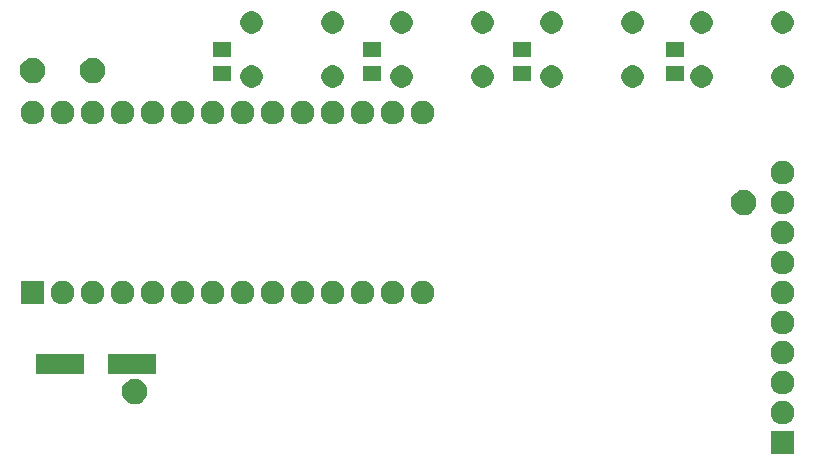
<source format=gbr>
G04 #@! TF.GenerationSoftware,KiCad,Pcbnew,5.1.6-c6e7f7d~87~ubuntu16.04.1*
G04 #@! TF.CreationDate,2020-09-01T19:23:28-04:00*
G04 #@! TF.ProjectId,Controller,436f6e74-726f-46c6-9c65-722e6b696361,rev?*
G04 #@! TF.SameCoordinates,PX5734380PY65bcec0*
G04 #@! TF.FileFunction,Soldermask,Top*
G04 #@! TF.FilePolarity,Negative*
%FSLAX46Y46*%
G04 Gerber Fmt 4.6, Leading zero omitted, Abs format (unit mm)*
G04 Created by KiCad (PCBNEW 5.1.6-c6e7f7d~87~ubuntu16.04.1) date 2020-09-01 19:23:28*
%MOMM*%
%LPD*%
G01*
G04 APERTURE LIST*
%ADD10C,0.100000*%
G04 APERTURE END LIST*
D10*
G36*
X67043500Y-39103500D02*
G01*
X65036500Y-39103500D01*
X65036500Y-37096500D01*
X67043500Y-37096500D01*
X67043500Y-39103500D01*
G37*
G36*
X66166425Y-34561988D02*
G01*
X66332710Y-34595063D01*
X66515336Y-34670709D01*
X66679694Y-34780530D01*
X66819470Y-34920306D01*
X66929291Y-35084664D01*
X67004937Y-35267290D01*
X67043500Y-35461164D01*
X67043500Y-35658836D01*
X67004937Y-35852710D01*
X66929291Y-36035336D01*
X66819470Y-36199694D01*
X66679694Y-36339470D01*
X66515336Y-36449291D01*
X66332710Y-36524937D01*
X66166425Y-36558012D01*
X66138837Y-36563500D01*
X65941163Y-36563500D01*
X65913575Y-36558012D01*
X65747290Y-36524937D01*
X65564664Y-36449291D01*
X65400306Y-36339470D01*
X65260530Y-36199694D01*
X65150709Y-36035336D01*
X65075063Y-35852710D01*
X65036500Y-35658836D01*
X65036500Y-35461164D01*
X65075063Y-35267290D01*
X65150709Y-35084664D01*
X65260530Y-34920306D01*
X65400306Y-34780530D01*
X65564664Y-34670709D01*
X65747290Y-34595063D01*
X65913575Y-34561988D01*
X65941163Y-34556500D01*
X66138837Y-34556500D01*
X66166425Y-34561988D01*
G37*
G36*
X11487231Y-32756003D02*
G01*
X11681412Y-32836436D01*
X11681414Y-32836437D01*
X11856173Y-32953207D01*
X12004793Y-33101827D01*
X12121563Y-33276586D01*
X12121564Y-33276588D01*
X12201997Y-33470769D01*
X12243000Y-33676908D01*
X12243000Y-33887092D01*
X12201997Y-34093231D01*
X12121564Y-34287412D01*
X12121563Y-34287414D01*
X12004793Y-34462173D01*
X11856173Y-34610793D01*
X11681414Y-34727563D01*
X11681413Y-34727564D01*
X11681412Y-34727564D01*
X11487231Y-34807997D01*
X11281092Y-34849000D01*
X11070908Y-34849000D01*
X10864769Y-34807997D01*
X10670588Y-34727564D01*
X10670587Y-34727564D01*
X10670586Y-34727563D01*
X10495827Y-34610793D01*
X10347207Y-34462173D01*
X10230437Y-34287414D01*
X10230436Y-34287412D01*
X10150003Y-34093231D01*
X10109000Y-33887092D01*
X10109000Y-33676908D01*
X10150003Y-33470769D01*
X10230436Y-33276588D01*
X10230437Y-33276586D01*
X10347207Y-33101827D01*
X10495827Y-32953207D01*
X10670586Y-32836437D01*
X10670588Y-32836436D01*
X10864769Y-32756003D01*
X11070908Y-32715000D01*
X11281092Y-32715000D01*
X11487231Y-32756003D01*
G37*
G36*
X66166425Y-32021988D02*
G01*
X66332710Y-32055063D01*
X66515336Y-32130709D01*
X66679694Y-32240530D01*
X66819470Y-32380306D01*
X66929291Y-32544664D01*
X67004937Y-32727290D01*
X67043500Y-32921164D01*
X67043500Y-33118836D01*
X67004937Y-33312710D01*
X66929291Y-33495336D01*
X66819470Y-33659694D01*
X66679694Y-33799470D01*
X66515336Y-33909291D01*
X66332710Y-33984937D01*
X66166425Y-34018012D01*
X66138837Y-34023500D01*
X65941163Y-34023500D01*
X65913575Y-34018012D01*
X65747290Y-33984937D01*
X65564664Y-33909291D01*
X65400306Y-33799470D01*
X65260530Y-33659694D01*
X65150709Y-33495336D01*
X65075063Y-33312710D01*
X65036500Y-33118836D01*
X65036500Y-32921164D01*
X65075063Y-32727290D01*
X65150709Y-32544664D01*
X65260530Y-32380306D01*
X65400306Y-32240530D01*
X65564664Y-32130709D01*
X65747290Y-32055063D01*
X65913575Y-32021988D01*
X65941163Y-32016500D01*
X66138837Y-32016500D01*
X66166425Y-32021988D01*
G37*
G36*
X6925510Y-32347100D02*
G01*
X2823010Y-32347100D01*
X2823010Y-30644900D01*
X6925510Y-30644900D01*
X6925510Y-32347100D01*
G37*
G36*
X13026590Y-32347100D02*
G01*
X8924090Y-32347100D01*
X8924090Y-30644900D01*
X13026590Y-30644900D01*
X13026590Y-32347100D01*
G37*
G36*
X66166425Y-29481988D02*
G01*
X66332710Y-29515063D01*
X66515336Y-29590709D01*
X66679694Y-29700530D01*
X66819470Y-29840306D01*
X66929291Y-30004664D01*
X67004937Y-30187290D01*
X67043500Y-30381164D01*
X67043500Y-30578836D01*
X67004937Y-30772710D01*
X66929291Y-30955336D01*
X66819470Y-31119694D01*
X66679694Y-31259470D01*
X66515336Y-31369291D01*
X66332710Y-31444937D01*
X66166425Y-31478012D01*
X66138837Y-31483500D01*
X65941163Y-31483500D01*
X65913575Y-31478012D01*
X65747290Y-31444937D01*
X65564664Y-31369291D01*
X65400306Y-31259470D01*
X65260530Y-31119694D01*
X65150709Y-30955336D01*
X65075063Y-30772710D01*
X65036500Y-30578836D01*
X65036500Y-30381164D01*
X65075063Y-30187290D01*
X65150709Y-30004664D01*
X65260530Y-29840306D01*
X65400306Y-29700530D01*
X65564664Y-29590709D01*
X65747290Y-29515063D01*
X65913575Y-29481988D01*
X65941163Y-29476500D01*
X66138837Y-29476500D01*
X66166425Y-29481988D01*
G37*
G36*
X66166425Y-26941988D02*
G01*
X66332710Y-26975063D01*
X66515336Y-27050709D01*
X66679694Y-27160530D01*
X66819470Y-27300306D01*
X66929291Y-27464664D01*
X67004937Y-27647290D01*
X67043500Y-27841164D01*
X67043500Y-28038836D01*
X67004937Y-28232710D01*
X66929291Y-28415336D01*
X66819470Y-28579694D01*
X66679694Y-28719470D01*
X66515336Y-28829291D01*
X66332710Y-28904937D01*
X66166425Y-28938012D01*
X66138837Y-28943500D01*
X65941163Y-28943500D01*
X65913575Y-28938012D01*
X65747290Y-28904937D01*
X65564664Y-28829291D01*
X65400306Y-28719470D01*
X65260530Y-28579694D01*
X65150709Y-28415336D01*
X65075063Y-28232710D01*
X65036500Y-28038836D01*
X65036500Y-27841164D01*
X65075063Y-27647290D01*
X65150709Y-27464664D01*
X65260530Y-27300306D01*
X65400306Y-27160530D01*
X65564664Y-27050709D01*
X65747290Y-26975063D01*
X65913575Y-26941988D01*
X65941163Y-26936500D01*
X66138837Y-26936500D01*
X66166425Y-26941988D01*
G37*
G36*
X22986425Y-24401988D02*
G01*
X23152710Y-24435063D01*
X23335336Y-24510709D01*
X23499694Y-24620530D01*
X23639470Y-24760306D01*
X23749291Y-24924664D01*
X23824937Y-25107290D01*
X23863500Y-25301164D01*
X23863500Y-25498836D01*
X23824937Y-25692710D01*
X23749291Y-25875336D01*
X23639470Y-26039694D01*
X23499694Y-26179470D01*
X23335336Y-26289291D01*
X23152710Y-26364937D01*
X22986425Y-26398012D01*
X22958837Y-26403500D01*
X22761163Y-26403500D01*
X22733575Y-26398012D01*
X22567290Y-26364937D01*
X22384664Y-26289291D01*
X22220306Y-26179470D01*
X22080530Y-26039694D01*
X21970709Y-25875336D01*
X21895063Y-25692710D01*
X21856500Y-25498836D01*
X21856500Y-25301164D01*
X21895063Y-25107290D01*
X21970709Y-24924664D01*
X22080530Y-24760306D01*
X22220306Y-24620530D01*
X22384664Y-24510709D01*
X22567290Y-24435063D01*
X22733575Y-24401988D01*
X22761163Y-24396500D01*
X22958837Y-24396500D01*
X22986425Y-24401988D01*
G37*
G36*
X33146425Y-24401988D02*
G01*
X33312710Y-24435063D01*
X33495336Y-24510709D01*
X33659694Y-24620530D01*
X33799470Y-24760306D01*
X33909291Y-24924664D01*
X33984937Y-25107290D01*
X34023500Y-25301164D01*
X34023500Y-25498836D01*
X33984937Y-25692710D01*
X33909291Y-25875336D01*
X33799470Y-26039694D01*
X33659694Y-26179470D01*
X33495336Y-26289291D01*
X33312710Y-26364937D01*
X33146425Y-26398012D01*
X33118837Y-26403500D01*
X32921163Y-26403500D01*
X32893575Y-26398012D01*
X32727290Y-26364937D01*
X32544664Y-26289291D01*
X32380306Y-26179470D01*
X32240530Y-26039694D01*
X32130709Y-25875336D01*
X32055063Y-25692710D01*
X32016500Y-25498836D01*
X32016500Y-25301164D01*
X32055063Y-25107290D01*
X32130709Y-24924664D01*
X32240530Y-24760306D01*
X32380306Y-24620530D01*
X32544664Y-24510709D01*
X32727290Y-24435063D01*
X32893575Y-24401988D01*
X32921163Y-24396500D01*
X33118837Y-24396500D01*
X33146425Y-24401988D01*
G37*
G36*
X35686425Y-24401988D02*
G01*
X35852710Y-24435063D01*
X36035336Y-24510709D01*
X36199694Y-24620530D01*
X36339470Y-24760306D01*
X36449291Y-24924664D01*
X36524937Y-25107290D01*
X36563500Y-25301164D01*
X36563500Y-25498836D01*
X36524937Y-25692710D01*
X36449291Y-25875336D01*
X36339470Y-26039694D01*
X36199694Y-26179470D01*
X36035336Y-26289291D01*
X35852710Y-26364937D01*
X35686425Y-26398012D01*
X35658837Y-26403500D01*
X35461163Y-26403500D01*
X35433575Y-26398012D01*
X35267290Y-26364937D01*
X35084664Y-26289291D01*
X34920306Y-26179470D01*
X34780530Y-26039694D01*
X34670709Y-25875336D01*
X34595063Y-25692710D01*
X34556500Y-25498836D01*
X34556500Y-25301164D01*
X34595063Y-25107290D01*
X34670709Y-24924664D01*
X34780530Y-24760306D01*
X34920306Y-24620530D01*
X35084664Y-24510709D01*
X35267290Y-24435063D01*
X35433575Y-24401988D01*
X35461163Y-24396500D01*
X35658837Y-24396500D01*
X35686425Y-24401988D01*
G37*
G36*
X28066425Y-24401988D02*
G01*
X28232710Y-24435063D01*
X28415336Y-24510709D01*
X28579694Y-24620530D01*
X28719470Y-24760306D01*
X28829291Y-24924664D01*
X28904937Y-25107290D01*
X28943500Y-25301164D01*
X28943500Y-25498836D01*
X28904937Y-25692710D01*
X28829291Y-25875336D01*
X28719470Y-26039694D01*
X28579694Y-26179470D01*
X28415336Y-26289291D01*
X28232710Y-26364937D01*
X28066425Y-26398012D01*
X28038837Y-26403500D01*
X27841163Y-26403500D01*
X27813575Y-26398012D01*
X27647290Y-26364937D01*
X27464664Y-26289291D01*
X27300306Y-26179470D01*
X27160530Y-26039694D01*
X27050709Y-25875336D01*
X26975063Y-25692710D01*
X26936500Y-25498836D01*
X26936500Y-25301164D01*
X26975063Y-25107290D01*
X27050709Y-24924664D01*
X27160530Y-24760306D01*
X27300306Y-24620530D01*
X27464664Y-24510709D01*
X27647290Y-24435063D01*
X27813575Y-24401988D01*
X27841163Y-24396500D01*
X28038837Y-24396500D01*
X28066425Y-24401988D01*
G37*
G36*
X25526425Y-24401988D02*
G01*
X25692710Y-24435063D01*
X25875336Y-24510709D01*
X26039694Y-24620530D01*
X26179470Y-24760306D01*
X26289291Y-24924664D01*
X26364937Y-25107290D01*
X26403500Y-25301164D01*
X26403500Y-25498836D01*
X26364937Y-25692710D01*
X26289291Y-25875336D01*
X26179470Y-26039694D01*
X26039694Y-26179470D01*
X25875336Y-26289291D01*
X25692710Y-26364937D01*
X25526425Y-26398012D01*
X25498837Y-26403500D01*
X25301163Y-26403500D01*
X25273575Y-26398012D01*
X25107290Y-26364937D01*
X24924664Y-26289291D01*
X24760306Y-26179470D01*
X24620530Y-26039694D01*
X24510709Y-25875336D01*
X24435063Y-25692710D01*
X24396500Y-25498836D01*
X24396500Y-25301164D01*
X24435063Y-25107290D01*
X24510709Y-24924664D01*
X24620530Y-24760306D01*
X24760306Y-24620530D01*
X24924664Y-24510709D01*
X25107290Y-24435063D01*
X25273575Y-24401988D01*
X25301163Y-24396500D01*
X25498837Y-24396500D01*
X25526425Y-24401988D01*
G37*
G36*
X20446425Y-24401988D02*
G01*
X20612710Y-24435063D01*
X20795336Y-24510709D01*
X20959694Y-24620530D01*
X21099470Y-24760306D01*
X21209291Y-24924664D01*
X21284937Y-25107290D01*
X21323500Y-25301164D01*
X21323500Y-25498836D01*
X21284937Y-25692710D01*
X21209291Y-25875336D01*
X21099470Y-26039694D01*
X20959694Y-26179470D01*
X20795336Y-26289291D01*
X20612710Y-26364937D01*
X20446425Y-26398012D01*
X20418837Y-26403500D01*
X20221163Y-26403500D01*
X20193575Y-26398012D01*
X20027290Y-26364937D01*
X19844664Y-26289291D01*
X19680306Y-26179470D01*
X19540530Y-26039694D01*
X19430709Y-25875336D01*
X19355063Y-25692710D01*
X19316500Y-25498836D01*
X19316500Y-25301164D01*
X19355063Y-25107290D01*
X19430709Y-24924664D01*
X19540530Y-24760306D01*
X19680306Y-24620530D01*
X19844664Y-24510709D01*
X20027290Y-24435063D01*
X20193575Y-24401988D01*
X20221163Y-24396500D01*
X20418837Y-24396500D01*
X20446425Y-24401988D01*
G37*
G36*
X17906425Y-24401988D02*
G01*
X18072710Y-24435063D01*
X18255336Y-24510709D01*
X18419694Y-24620530D01*
X18559470Y-24760306D01*
X18669291Y-24924664D01*
X18744937Y-25107290D01*
X18783500Y-25301164D01*
X18783500Y-25498836D01*
X18744937Y-25692710D01*
X18669291Y-25875336D01*
X18559470Y-26039694D01*
X18419694Y-26179470D01*
X18255336Y-26289291D01*
X18072710Y-26364937D01*
X17906425Y-26398012D01*
X17878837Y-26403500D01*
X17681163Y-26403500D01*
X17653575Y-26398012D01*
X17487290Y-26364937D01*
X17304664Y-26289291D01*
X17140306Y-26179470D01*
X17000530Y-26039694D01*
X16890709Y-25875336D01*
X16815063Y-25692710D01*
X16776500Y-25498836D01*
X16776500Y-25301164D01*
X16815063Y-25107290D01*
X16890709Y-24924664D01*
X17000530Y-24760306D01*
X17140306Y-24620530D01*
X17304664Y-24510709D01*
X17487290Y-24435063D01*
X17653575Y-24401988D01*
X17681163Y-24396500D01*
X17878837Y-24396500D01*
X17906425Y-24401988D01*
G37*
G36*
X5206425Y-24401988D02*
G01*
X5372710Y-24435063D01*
X5555336Y-24510709D01*
X5719694Y-24620530D01*
X5859470Y-24760306D01*
X5969291Y-24924664D01*
X6044937Y-25107290D01*
X6083500Y-25301164D01*
X6083500Y-25498836D01*
X6044937Y-25692710D01*
X5969291Y-25875336D01*
X5859470Y-26039694D01*
X5719694Y-26179470D01*
X5555336Y-26289291D01*
X5372710Y-26364937D01*
X5206425Y-26398012D01*
X5178837Y-26403500D01*
X4981163Y-26403500D01*
X4953575Y-26398012D01*
X4787290Y-26364937D01*
X4604664Y-26289291D01*
X4440306Y-26179470D01*
X4300530Y-26039694D01*
X4190709Y-25875336D01*
X4115063Y-25692710D01*
X4076500Y-25498836D01*
X4076500Y-25301164D01*
X4115063Y-25107290D01*
X4190709Y-24924664D01*
X4300530Y-24760306D01*
X4440306Y-24620530D01*
X4604664Y-24510709D01*
X4787290Y-24435063D01*
X4953575Y-24401988D01*
X4981163Y-24396500D01*
X5178837Y-24396500D01*
X5206425Y-24401988D01*
G37*
G36*
X7746425Y-24401988D02*
G01*
X7912710Y-24435063D01*
X8095336Y-24510709D01*
X8259694Y-24620530D01*
X8399470Y-24760306D01*
X8509291Y-24924664D01*
X8584937Y-25107290D01*
X8623500Y-25301164D01*
X8623500Y-25498836D01*
X8584937Y-25692710D01*
X8509291Y-25875336D01*
X8399470Y-26039694D01*
X8259694Y-26179470D01*
X8095336Y-26289291D01*
X7912710Y-26364937D01*
X7746425Y-26398012D01*
X7718837Y-26403500D01*
X7521163Y-26403500D01*
X7493575Y-26398012D01*
X7327290Y-26364937D01*
X7144664Y-26289291D01*
X6980306Y-26179470D01*
X6840530Y-26039694D01*
X6730709Y-25875336D01*
X6655063Y-25692710D01*
X6616500Y-25498836D01*
X6616500Y-25301164D01*
X6655063Y-25107290D01*
X6730709Y-24924664D01*
X6840530Y-24760306D01*
X6980306Y-24620530D01*
X7144664Y-24510709D01*
X7327290Y-24435063D01*
X7493575Y-24401988D01*
X7521163Y-24396500D01*
X7718837Y-24396500D01*
X7746425Y-24401988D01*
G37*
G36*
X66166425Y-24401988D02*
G01*
X66332710Y-24435063D01*
X66515336Y-24510709D01*
X66679694Y-24620530D01*
X66819470Y-24760306D01*
X66929291Y-24924664D01*
X67004937Y-25107290D01*
X67043500Y-25301164D01*
X67043500Y-25498836D01*
X67004937Y-25692710D01*
X66929291Y-25875336D01*
X66819470Y-26039694D01*
X66679694Y-26179470D01*
X66515336Y-26289291D01*
X66332710Y-26364937D01*
X66166425Y-26398012D01*
X66138837Y-26403500D01*
X65941163Y-26403500D01*
X65913575Y-26398012D01*
X65747290Y-26364937D01*
X65564664Y-26289291D01*
X65400306Y-26179470D01*
X65260530Y-26039694D01*
X65150709Y-25875336D01*
X65075063Y-25692710D01*
X65036500Y-25498836D01*
X65036500Y-25301164D01*
X65075063Y-25107290D01*
X65150709Y-24924664D01*
X65260530Y-24760306D01*
X65400306Y-24620530D01*
X65564664Y-24510709D01*
X65747290Y-24435063D01*
X65913575Y-24401988D01*
X65941163Y-24396500D01*
X66138837Y-24396500D01*
X66166425Y-24401988D01*
G37*
G36*
X12826425Y-24401988D02*
G01*
X12992710Y-24435063D01*
X13175336Y-24510709D01*
X13339694Y-24620530D01*
X13479470Y-24760306D01*
X13589291Y-24924664D01*
X13664937Y-25107290D01*
X13703500Y-25301164D01*
X13703500Y-25498836D01*
X13664937Y-25692710D01*
X13589291Y-25875336D01*
X13479470Y-26039694D01*
X13339694Y-26179470D01*
X13175336Y-26289291D01*
X12992710Y-26364937D01*
X12826425Y-26398012D01*
X12798837Y-26403500D01*
X12601163Y-26403500D01*
X12573575Y-26398012D01*
X12407290Y-26364937D01*
X12224664Y-26289291D01*
X12060306Y-26179470D01*
X11920530Y-26039694D01*
X11810709Y-25875336D01*
X11735063Y-25692710D01*
X11696500Y-25498836D01*
X11696500Y-25301164D01*
X11735063Y-25107290D01*
X11810709Y-24924664D01*
X11920530Y-24760306D01*
X12060306Y-24620530D01*
X12224664Y-24510709D01*
X12407290Y-24435063D01*
X12573575Y-24401988D01*
X12601163Y-24396500D01*
X12798837Y-24396500D01*
X12826425Y-24401988D01*
G37*
G36*
X15366425Y-24401988D02*
G01*
X15532710Y-24435063D01*
X15715336Y-24510709D01*
X15879694Y-24620530D01*
X16019470Y-24760306D01*
X16129291Y-24924664D01*
X16204937Y-25107290D01*
X16243500Y-25301164D01*
X16243500Y-25498836D01*
X16204937Y-25692710D01*
X16129291Y-25875336D01*
X16019470Y-26039694D01*
X15879694Y-26179470D01*
X15715336Y-26289291D01*
X15532710Y-26364937D01*
X15366425Y-26398012D01*
X15338837Y-26403500D01*
X15141163Y-26403500D01*
X15113575Y-26398012D01*
X14947290Y-26364937D01*
X14764664Y-26289291D01*
X14600306Y-26179470D01*
X14460530Y-26039694D01*
X14350709Y-25875336D01*
X14275063Y-25692710D01*
X14236500Y-25498836D01*
X14236500Y-25301164D01*
X14275063Y-25107290D01*
X14350709Y-24924664D01*
X14460530Y-24760306D01*
X14600306Y-24620530D01*
X14764664Y-24510709D01*
X14947290Y-24435063D01*
X15113575Y-24401988D01*
X15141163Y-24396500D01*
X15338837Y-24396500D01*
X15366425Y-24401988D01*
G37*
G36*
X30606425Y-24401988D02*
G01*
X30772710Y-24435063D01*
X30955336Y-24510709D01*
X31119694Y-24620530D01*
X31259470Y-24760306D01*
X31369291Y-24924664D01*
X31444937Y-25107290D01*
X31483500Y-25301164D01*
X31483500Y-25498836D01*
X31444937Y-25692710D01*
X31369291Y-25875336D01*
X31259470Y-26039694D01*
X31119694Y-26179470D01*
X30955336Y-26289291D01*
X30772710Y-26364937D01*
X30606425Y-26398012D01*
X30578837Y-26403500D01*
X30381163Y-26403500D01*
X30353575Y-26398012D01*
X30187290Y-26364937D01*
X30004664Y-26289291D01*
X29840306Y-26179470D01*
X29700530Y-26039694D01*
X29590709Y-25875336D01*
X29515063Y-25692710D01*
X29476500Y-25498836D01*
X29476500Y-25301164D01*
X29515063Y-25107290D01*
X29590709Y-24924664D01*
X29700530Y-24760306D01*
X29840306Y-24620530D01*
X30004664Y-24510709D01*
X30187290Y-24435063D01*
X30353575Y-24401988D01*
X30381163Y-24396500D01*
X30578837Y-24396500D01*
X30606425Y-24401988D01*
G37*
G36*
X10286425Y-24401988D02*
G01*
X10452710Y-24435063D01*
X10635336Y-24510709D01*
X10799694Y-24620530D01*
X10939470Y-24760306D01*
X11049291Y-24924664D01*
X11124937Y-25107290D01*
X11163500Y-25301164D01*
X11163500Y-25498836D01*
X11124937Y-25692710D01*
X11049291Y-25875336D01*
X10939470Y-26039694D01*
X10799694Y-26179470D01*
X10635336Y-26289291D01*
X10452710Y-26364937D01*
X10286425Y-26398012D01*
X10258837Y-26403500D01*
X10061163Y-26403500D01*
X10033575Y-26398012D01*
X9867290Y-26364937D01*
X9684664Y-26289291D01*
X9520306Y-26179470D01*
X9380530Y-26039694D01*
X9270709Y-25875336D01*
X9195063Y-25692710D01*
X9156500Y-25498836D01*
X9156500Y-25301164D01*
X9195063Y-25107290D01*
X9270709Y-24924664D01*
X9380530Y-24760306D01*
X9520306Y-24620530D01*
X9684664Y-24510709D01*
X9867290Y-24435063D01*
X10033575Y-24401988D01*
X10061163Y-24396500D01*
X10258837Y-24396500D01*
X10286425Y-24401988D01*
G37*
G36*
X3543500Y-26403500D02*
G01*
X1536500Y-26403500D01*
X1536500Y-24396500D01*
X3543500Y-24396500D01*
X3543500Y-26403500D01*
G37*
G36*
X66166425Y-21861988D02*
G01*
X66332710Y-21895063D01*
X66515336Y-21970709D01*
X66679694Y-22080530D01*
X66819470Y-22220306D01*
X66929291Y-22384664D01*
X67004937Y-22567290D01*
X67043500Y-22761164D01*
X67043500Y-22958836D01*
X67004937Y-23152710D01*
X66929291Y-23335336D01*
X66819470Y-23499694D01*
X66679694Y-23639470D01*
X66515336Y-23749291D01*
X66332710Y-23824937D01*
X66166425Y-23858012D01*
X66138837Y-23863500D01*
X65941163Y-23863500D01*
X65913575Y-23858012D01*
X65747290Y-23824937D01*
X65564664Y-23749291D01*
X65400306Y-23639470D01*
X65260530Y-23499694D01*
X65150709Y-23335336D01*
X65075063Y-23152710D01*
X65036500Y-22958836D01*
X65036500Y-22761164D01*
X65075063Y-22567290D01*
X65150709Y-22384664D01*
X65260530Y-22220306D01*
X65400306Y-22080530D01*
X65564664Y-21970709D01*
X65747290Y-21895063D01*
X65913575Y-21861988D01*
X65941163Y-21856500D01*
X66138837Y-21856500D01*
X66166425Y-21861988D01*
G37*
G36*
X66166425Y-19321988D02*
G01*
X66332710Y-19355063D01*
X66515336Y-19430709D01*
X66679694Y-19540530D01*
X66819470Y-19680306D01*
X66929291Y-19844664D01*
X67004937Y-20027290D01*
X67043500Y-20221164D01*
X67043500Y-20418836D01*
X67004937Y-20612710D01*
X66929291Y-20795336D01*
X66819470Y-20959694D01*
X66679694Y-21099470D01*
X66515336Y-21209291D01*
X66332710Y-21284937D01*
X66166425Y-21318012D01*
X66138837Y-21323500D01*
X65941163Y-21323500D01*
X65913575Y-21318012D01*
X65747290Y-21284937D01*
X65564664Y-21209291D01*
X65400306Y-21099470D01*
X65260530Y-20959694D01*
X65150709Y-20795336D01*
X65075063Y-20612710D01*
X65036500Y-20418836D01*
X65036500Y-20221164D01*
X65075063Y-20027290D01*
X65150709Y-19844664D01*
X65260530Y-19680306D01*
X65400306Y-19540530D01*
X65564664Y-19430709D01*
X65747290Y-19355063D01*
X65913575Y-19321988D01*
X65941163Y-19316500D01*
X66138837Y-19316500D01*
X66166425Y-19321988D01*
G37*
G36*
X63049231Y-16754003D02*
G01*
X63196644Y-16815064D01*
X63243414Y-16834437D01*
X63418173Y-16951207D01*
X63566793Y-17099827D01*
X63593840Y-17140306D01*
X63683564Y-17274588D01*
X63763997Y-17468769D01*
X63805000Y-17674908D01*
X63805000Y-17885092D01*
X63763997Y-18091231D01*
X63696023Y-18255334D01*
X63683563Y-18285414D01*
X63566793Y-18460173D01*
X63418173Y-18608793D01*
X63243414Y-18725563D01*
X63243413Y-18725564D01*
X63243412Y-18725564D01*
X63049231Y-18805997D01*
X62843092Y-18847000D01*
X62632908Y-18847000D01*
X62426769Y-18805997D01*
X62232588Y-18725564D01*
X62232587Y-18725564D01*
X62232586Y-18725563D01*
X62057827Y-18608793D01*
X61909207Y-18460173D01*
X61792437Y-18285414D01*
X61779977Y-18255334D01*
X61712003Y-18091231D01*
X61671000Y-17885092D01*
X61671000Y-17674908D01*
X61712003Y-17468769D01*
X61792436Y-17274588D01*
X61882160Y-17140306D01*
X61909207Y-17099827D01*
X62057827Y-16951207D01*
X62232586Y-16834437D01*
X62279356Y-16815064D01*
X62426769Y-16754003D01*
X62632908Y-16713000D01*
X62843092Y-16713000D01*
X63049231Y-16754003D01*
G37*
G36*
X66166425Y-16781988D02*
G01*
X66332710Y-16815063D01*
X66515336Y-16890709D01*
X66679694Y-17000530D01*
X66819470Y-17140306D01*
X66929291Y-17304664D01*
X67004937Y-17487290D01*
X67043500Y-17681164D01*
X67043500Y-17878836D01*
X67004937Y-18072710D01*
X66929291Y-18255336D01*
X66819470Y-18419694D01*
X66679694Y-18559470D01*
X66515336Y-18669291D01*
X66332710Y-18744937D01*
X66166425Y-18778012D01*
X66138837Y-18783500D01*
X65941163Y-18783500D01*
X65913575Y-18778012D01*
X65747290Y-18744937D01*
X65564664Y-18669291D01*
X65400306Y-18559470D01*
X65260530Y-18419694D01*
X65150709Y-18255336D01*
X65075063Y-18072710D01*
X65036500Y-17878836D01*
X65036500Y-17681164D01*
X65075063Y-17487290D01*
X65150709Y-17304664D01*
X65260530Y-17140306D01*
X65400306Y-17000530D01*
X65564664Y-16890709D01*
X65747290Y-16815063D01*
X65913575Y-16781988D01*
X65941163Y-16776500D01*
X66138837Y-16776500D01*
X66166425Y-16781988D01*
G37*
G36*
X66166425Y-14241988D02*
G01*
X66332710Y-14275063D01*
X66515336Y-14350709D01*
X66679694Y-14460530D01*
X66819470Y-14600306D01*
X66929291Y-14764664D01*
X67004937Y-14947290D01*
X67043500Y-15141164D01*
X67043500Y-15338836D01*
X67004937Y-15532710D01*
X66929291Y-15715336D01*
X66819470Y-15879694D01*
X66679694Y-16019470D01*
X66515336Y-16129291D01*
X66332710Y-16204937D01*
X66166425Y-16238012D01*
X66138837Y-16243500D01*
X65941163Y-16243500D01*
X65913575Y-16238012D01*
X65747290Y-16204937D01*
X65564664Y-16129291D01*
X65400306Y-16019470D01*
X65260530Y-15879694D01*
X65150709Y-15715336D01*
X65075063Y-15532710D01*
X65036500Y-15338836D01*
X65036500Y-15141164D01*
X65075063Y-14947290D01*
X65150709Y-14764664D01*
X65260530Y-14600306D01*
X65400306Y-14460530D01*
X65564664Y-14350709D01*
X65747290Y-14275063D01*
X65913575Y-14241988D01*
X65941163Y-14236500D01*
X66138837Y-14236500D01*
X66166425Y-14241988D01*
G37*
G36*
X5206425Y-9161988D02*
G01*
X5372710Y-9195063D01*
X5555336Y-9270709D01*
X5719694Y-9380530D01*
X5859470Y-9520306D01*
X5969291Y-9684664D01*
X6044937Y-9867290D01*
X6083500Y-10061164D01*
X6083500Y-10258836D01*
X6044937Y-10452710D01*
X5969291Y-10635336D01*
X5859470Y-10799694D01*
X5719694Y-10939470D01*
X5555336Y-11049291D01*
X5372710Y-11124937D01*
X5206425Y-11158012D01*
X5178837Y-11163500D01*
X4981163Y-11163500D01*
X4953575Y-11158012D01*
X4787290Y-11124937D01*
X4604664Y-11049291D01*
X4440306Y-10939470D01*
X4300530Y-10799694D01*
X4190709Y-10635336D01*
X4115063Y-10452710D01*
X4076500Y-10258836D01*
X4076500Y-10061164D01*
X4115063Y-9867290D01*
X4190709Y-9684664D01*
X4300530Y-9520306D01*
X4440306Y-9380530D01*
X4604664Y-9270709D01*
X4787290Y-9195063D01*
X4953575Y-9161988D01*
X4981163Y-9156500D01*
X5178837Y-9156500D01*
X5206425Y-9161988D01*
G37*
G36*
X2666425Y-9161988D02*
G01*
X2832710Y-9195063D01*
X3015336Y-9270709D01*
X3179694Y-9380530D01*
X3319470Y-9520306D01*
X3429291Y-9684664D01*
X3504937Y-9867290D01*
X3543500Y-10061164D01*
X3543500Y-10258836D01*
X3504937Y-10452710D01*
X3429291Y-10635336D01*
X3319470Y-10799694D01*
X3179694Y-10939470D01*
X3015336Y-11049291D01*
X2832710Y-11124937D01*
X2666425Y-11158012D01*
X2638837Y-11163500D01*
X2441163Y-11163500D01*
X2413575Y-11158012D01*
X2247290Y-11124937D01*
X2064664Y-11049291D01*
X1900306Y-10939470D01*
X1760530Y-10799694D01*
X1650709Y-10635336D01*
X1575063Y-10452710D01*
X1536500Y-10258836D01*
X1536500Y-10061164D01*
X1575063Y-9867290D01*
X1650709Y-9684664D01*
X1760530Y-9520306D01*
X1900306Y-9380530D01*
X2064664Y-9270709D01*
X2247290Y-9195063D01*
X2413575Y-9161988D01*
X2441163Y-9156500D01*
X2638837Y-9156500D01*
X2666425Y-9161988D01*
G37*
G36*
X30606425Y-9161988D02*
G01*
X30772710Y-9195063D01*
X30955336Y-9270709D01*
X31119694Y-9380530D01*
X31259470Y-9520306D01*
X31369291Y-9684664D01*
X31444937Y-9867290D01*
X31483500Y-10061164D01*
X31483500Y-10258836D01*
X31444937Y-10452710D01*
X31369291Y-10635336D01*
X31259470Y-10799694D01*
X31119694Y-10939470D01*
X30955336Y-11049291D01*
X30772710Y-11124937D01*
X30606425Y-11158012D01*
X30578837Y-11163500D01*
X30381163Y-11163500D01*
X30353575Y-11158012D01*
X30187290Y-11124937D01*
X30004664Y-11049291D01*
X29840306Y-10939470D01*
X29700530Y-10799694D01*
X29590709Y-10635336D01*
X29515063Y-10452710D01*
X29476500Y-10258836D01*
X29476500Y-10061164D01*
X29515063Y-9867290D01*
X29590709Y-9684664D01*
X29700530Y-9520306D01*
X29840306Y-9380530D01*
X30004664Y-9270709D01*
X30187290Y-9195063D01*
X30353575Y-9161988D01*
X30381163Y-9156500D01*
X30578837Y-9156500D01*
X30606425Y-9161988D01*
G37*
G36*
X7746425Y-9161988D02*
G01*
X7912710Y-9195063D01*
X8095336Y-9270709D01*
X8259694Y-9380530D01*
X8399470Y-9520306D01*
X8509291Y-9684664D01*
X8584937Y-9867290D01*
X8623500Y-10061164D01*
X8623500Y-10258836D01*
X8584937Y-10452710D01*
X8509291Y-10635336D01*
X8399470Y-10799694D01*
X8259694Y-10939470D01*
X8095336Y-11049291D01*
X7912710Y-11124937D01*
X7746425Y-11158012D01*
X7718837Y-11163500D01*
X7521163Y-11163500D01*
X7493575Y-11158012D01*
X7327290Y-11124937D01*
X7144664Y-11049291D01*
X6980306Y-10939470D01*
X6840530Y-10799694D01*
X6730709Y-10635336D01*
X6655063Y-10452710D01*
X6616500Y-10258836D01*
X6616500Y-10061164D01*
X6655063Y-9867290D01*
X6730709Y-9684664D01*
X6840530Y-9520306D01*
X6980306Y-9380530D01*
X7144664Y-9270709D01*
X7327290Y-9195063D01*
X7493575Y-9161988D01*
X7521163Y-9156500D01*
X7718837Y-9156500D01*
X7746425Y-9161988D01*
G37*
G36*
X10286425Y-9161988D02*
G01*
X10452710Y-9195063D01*
X10635336Y-9270709D01*
X10799694Y-9380530D01*
X10939470Y-9520306D01*
X11049291Y-9684664D01*
X11124937Y-9867290D01*
X11163500Y-10061164D01*
X11163500Y-10258836D01*
X11124937Y-10452710D01*
X11049291Y-10635336D01*
X10939470Y-10799694D01*
X10799694Y-10939470D01*
X10635336Y-11049291D01*
X10452710Y-11124937D01*
X10286425Y-11158012D01*
X10258837Y-11163500D01*
X10061163Y-11163500D01*
X10033575Y-11158012D01*
X9867290Y-11124937D01*
X9684664Y-11049291D01*
X9520306Y-10939470D01*
X9380530Y-10799694D01*
X9270709Y-10635336D01*
X9195063Y-10452710D01*
X9156500Y-10258836D01*
X9156500Y-10061164D01*
X9195063Y-9867290D01*
X9270709Y-9684664D01*
X9380530Y-9520306D01*
X9520306Y-9380530D01*
X9684664Y-9270709D01*
X9867290Y-9195063D01*
X10033575Y-9161988D01*
X10061163Y-9156500D01*
X10258837Y-9156500D01*
X10286425Y-9161988D01*
G37*
G36*
X12826425Y-9161988D02*
G01*
X12992710Y-9195063D01*
X13175336Y-9270709D01*
X13339694Y-9380530D01*
X13479470Y-9520306D01*
X13589291Y-9684664D01*
X13664937Y-9867290D01*
X13703500Y-10061164D01*
X13703500Y-10258836D01*
X13664937Y-10452710D01*
X13589291Y-10635336D01*
X13479470Y-10799694D01*
X13339694Y-10939470D01*
X13175336Y-11049291D01*
X12992710Y-11124937D01*
X12826425Y-11158012D01*
X12798837Y-11163500D01*
X12601163Y-11163500D01*
X12573575Y-11158012D01*
X12407290Y-11124937D01*
X12224664Y-11049291D01*
X12060306Y-10939470D01*
X11920530Y-10799694D01*
X11810709Y-10635336D01*
X11735063Y-10452710D01*
X11696500Y-10258836D01*
X11696500Y-10061164D01*
X11735063Y-9867290D01*
X11810709Y-9684664D01*
X11920530Y-9520306D01*
X12060306Y-9380530D01*
X12224664Y-9270709D01*
X12407290Y-9195063D01*
X12573575Y-9161988D01*
X12601163Y-9156500D01*
X12798837Y-9156500D01*
X12826425Y-9161988D01*
G37*
G36*
X17906425Y-9161988D02*
G01*
X18072710Y-9195063D01*
X18255336Y-9270709D01*
X18419694Y-9380530D01*
X18559470Y-9520306D01*
X18669291Y-9684664D01*
X18744937Y-9867290D01*
X18783500Y-10061164D01*
X18783500Y-10258836D01*
X18744937Y-10452710D01*
X18669291Y-10635336D01*
X18559470Y-10799694D01*
X18419694Y-10939470D01*
X18255336Y-11049291D01*
X18072710Y-11124937D01*
X17906425Y-11158012D01*
X17878837Y-11163500D01*
X17681163Y-11163500D01*
X17653575Y-11158012D01*
X17487290Y-11124937D01*
X17304664Y-11049291D01*
X17140306Y-10939470D01*
X17000530Y-10799694D01*
X16890709Y-10635336D01*
X16815063Y-10452710D01*
X16776500Y-10258836D01*
X16776500Y-10061164D01*
X16815063Y-9867290D01*
X16890709Y-9684664D01*
X17000530Y-9520306D01*
X17140306Y-9380530D01*
X17304664Y-9270709D01*
X17487290Y-9195063D01*
X17653575Y-9161988D01*
X17681163Y-9156500D01*
X17878837Y-9156500D01*
X17906425Y-9161988D01*
G37*
G36*
X20446425Y-9161988D02*
G01*
X20612710Y-9195063D01*
X20795336Y-9270709D01*
X20959694Y-9380530D01*
X21099470Y-9520306D01*
X21209291Y-9684664D01*
X21284937Y-9867290D01*
X21323500Y-10061164D01*
X21323500Y-10258836D01*
X21284937Y-10452710D01*
X21209291Y-10635336D01*
X21099470Y-10799694D01*
X20959694Y-10939470D01*
X20795336Y-11049291D01*
X20612710Y-11124937D01*
X20446425Y-11158012D01*
X20418837Y-11163500D01*
X20221163Y-11163500D01*
X20193575Y-11158012D01*
X20027290Y-11124937D01*
X19844664Y-11049291D01*
X19680306Y-10939470D01*
X19540530Y-10799694D01*
X19430709Y-10635336D01*
X19355063Y-10452710D01*
X19316500Y-10258836D01*
X19316500Y-10061164D01*
X19355063Y-9867290D01*
X19430709Y-9684664D01*
X19540530Y-9520306D01*
X19680306Y-9380530D01*
X19844664Y-9270709D01*
X20027290Y-9195063D01*
X20193575Y-9161988D01*
X20221163Y-9156500D01*
X20418837Y-9156500D01*
X20446425Y-9161988D01*
G37*
G36*
X22986425Y-9161988D02*
G01*
X23152710Y-9195063D01*
X23335336Y-9270709D01*
X23499694Y-9380530D01*
X23639470Y-9520306D01*
X23749291Y-9684664D01*
X23824937Y-9867290D01*
X23863500Y-10061164D01*
X23863500Y-10258836D01*
X23824937Y-10452710D01*
X23749291Y-10635336D01*
X23639470Y-10799694D01*
X23499694Y-10939470D01*
X23335336Y-11049291D01*
X23152710Y-11124937D01*
X22986425Y-11158012D01*
X22958837Y-11163500D01*
X22761163Y-11163500D01*
X22733575Y-11158012D01*
X22567290Y-11124937D01*
X22384664Y-11049291D01*
X22220306Y-10939470D01*
X22080530Y-10799694D01*
X21970709Y-10635336D01*
X21895063Y-10452710D01*
X21856500Y-10258836D01*
X21856500Y-10061164D01*
X21895063Y-9867290D01*
X21970709Y-9684664D01*
X22080530Y-9520306D01*
X22220306Y-9380530D01*
X22384664Y-9270709D01*
X22567290Y-9195063D01*
X22733575Y-9161988D01*
X22761163Y-9156500D01*
X22958837Y-9156500D01*
X22986425Y-9161988D01*
G37*
G36*
X25526425Y-9161988D02*
G01*
X25692710Y-9195063D01*
X25875336Y-9270709D01*
X26039694Y-9380530D01*
X26179470Y-9520306D01*
X26289291Y-9684664D01*
X26364937Y-9867290D01*
X26403500Y-10061164D01*
X26403500Y-10258836D01*
X26364937Y-10452710D01*
X26289291Y-10635336D01*
X26179470Y-10799694D01*
X26039694Y-10939470D01*
X25875336Y-11049291D01*
X25692710Y-11124937D01*
X25526425Y-11158012D01*
X25498837Y-11163500D01*
X25301163Y-11163500D01*
X25273575Y-11158012D01*
X25107290Y-11124937D01*
X24924664Y-11049291D01*
X24760306Y-10939470D01*
X24620530Y-10799694D01*
X24510709Y-10635336D01*
X24435063Y-10452710D01*
X24396500Y-10258836D01*
X24396500Y-10061164D01*
X24435063Y-9867290D01*
X24510709Y-9684664D01*
X24620530Y-9520306D01*
X24760306Y-9380530D01*
X24924664Y-9270709D01*
X25107290Y-9195063D01*
X25273575Y-9161988D01*
X25301163Y-9156500D01*
X25498837Y-9156500D01*
X25526425Y-9161988D01*
G37*
G36*
X28066425Y-9161988D02*
G01*
X28232710Y-9195063D01*
X28415336Y-9270709D01*
X28579694Y-9380530D01*
X28719470Y-9520306D01*
X28829291Y-9684664D01*
X28904937Y-9867290D01*
X28943500Y-10061164D01*
X28943500Y-10258836D01*
X28904937Y-10452710D01*
X28829291Y-10635336D01*
X28719470Y-10799694D01*
X28579694Y-10939470D01*
X28415336Y-11049291D01*
X28232710Y-11124937D01*
X28066425Y-11158012D01*
X28038837Y-11163500D01*
X27841163Y-11163500D01*
X27813575Y-11158012D01*
X27647290Y-11124937D01*
X27464664Y-11049291D01*
X27300306Y-10939470D01*
X27160530Y-10799694D01*
X27050709Y-10635336D01*
X26975063Y-10452710D01*
X26936500Y-10258836D01*
X26936500Y-10061164D01*
X26975063Y-9867290D01*
X27050709Y-9684664D01*
X27160530Y-9520306D01*
X27300306Y-9380530D01*
X27464664Y-9270709D01*
X27647290Y-9195063D01*
X27813575Y-9161988D01*
X27841163Y-9156500D01*
X28038837Y-9156500D01*
X28066425Y-9161988D01*
G37*
G36*
X33146425Y-9161988D02*
G01*
X33312710Y-9195063D01*
X33495336Y-9270709D01*
X33659694Y-9380530D01*
X33799470Y-9520306D01*
X33909291Y-9684664D01*
X33984937Y-9867290D01*
X34023500Y-10061164D01*
X34023500Y-10258836D01*
X33984937Y-10452710D01*
X33909291Y-10635336D01*
X33799470Y-10799694D01*
X33659694Y-10939470D01*
X33495336Y-11049291D01*
X33312710Y-11124937D01*
X33146425Y-11158012D01*
X33118837Y-11163500D01*
X32921163Y-11163500D01*
X32893575Y-11158012D01*
X32727290Y-11124937D01*
X32544664Y-11049291D01*
X32380306Y-10939470D01*
X32240530Y-10799694D01*
X32130709Y-10635336D01*
X32055063Y-10452710D01*
X32016500Y-10258836D01*
X32016500Y-10061164D01*
X32055063Y-9867290D01*
X32130709Y-9684664D01*
X32240530Y-9520306D01*
X32380306Y-9380530D01*
X32544664Y-9270709D01*
X32727290Y-9195063D01*
X32893575Y-9161988D01*
X32921163Y-9156500D01*
X33118837Y-9156500D01*
X33146425Y-9161988D01*
G37*
G36*
X35686425Y-9161988D02*
G01*
X35852710Y-9195063D01*
X36035336Y-9270709D01*
X36199694Y-9380530D01*
X36339470Y-9520306D01*
X36449291Y-9684664D01*
X36524937Y-9867290D01*
X36563500Y-10061164D01*
X36563500Y-10258836D01*
X36524937Y-10452710D01*
X36449291Y-10635336D01*
X36339470Y-10799694D01*
X36199694Y-10939470D01*
X36035336Y-11049291D01*
X35852710Y-11124937D01*
X35686425Y-11158012D01*
X35658837Y-11163500D01*
X35461163Y-11163500D01*
X35433575Y-11158012D01*
X35267290Y-11124937D01*
X35084664Y-11049291D01*
X34920306Y-10939470D01*
X34780530Y-10799694D01*
X34670709Y-10635336D01*
X34595063Y-10452710D01*
X34556500Y-10258836D01*
X34556500Y-10061164D01*
X34595063Y-9867290D01*
X34670709Y-9684664D01*
X34780530Y-9520306D01*
X34920306Y-9380530D01*
X35084664Y-9270709D01*
X35267290Y-9195063D01*
X35433575Y-9161988D01*
X35461163Y-9156500D01*
X35658837Y-9156500D01*
X35686425Y-9161988D01*
G37*
G36*
X15366425Y-9161988D02*
G01*
X15532710Y-9195063D01*
X15715336Y-9270709D01*
X15879694Y-9380530D01*
X16019470Y-9520306D01*
X16129291Y-9684664D01*
X16204937Y-9867290D01*
X16243500Y-10061164D01*
X16243500Y-10258836D01*
X16204937Y-10452710D01*
X16129291Y-10635336D01*
X16019470Y-10799694D01*
X15879694Y-10939470D01*
X15715336Y-11049291D01*
X15532710Y-11124937D01*
X15366425Y-11158012D01*
X15338837Y-11163500D01*
X15141163Y-11163500D01*
X15113575Y-11158012D01*
X14947290Y-11124937D01*
X14764664Y-11049291D01*
X14600306Y-10939470D01*
X14460530Y-10799694D01*
X14350709Y-10635336D01*
X14275063Y-10452710D01*
X14236500Y-10258836D01*
X14236500Y-10061164D01*
X14275063Y-9867290D01*
X14350709Y-9684664D01*
X14460530Y-9520306D01*
X14600306Y-9380530D01*
X14764664Y-9270709D01*
X14947290Y-9195063D01*
X15113575Y-9161988D01*
X15141163Y-9156500D01*
X15338837Y-9156500D01*
X15366425Y-9161988D01*
G37*
G36*
X40914187Y-6208123D02*
G01*
X41085255Y-6278982D01*
X41085257Y-6278983D01*
X41105889Y-6292769D01*
X41239214Y-6381854D01*
X41370146Y-6512786D01*
X41473018Y-6666745D01*
X41543877Y-6837813D01*
X41580000Y-7019417D01*
X41580000Y-7204583D01*
X41543877Y-7386187D01*
X41524572Y-7432793D01*
X41473017Y-7557257D01*
X41370145Y-7711215D01*
X41239215Y-7842145D01*
X41085257Y-7945017D01*
X41085256Y-7945018D01*
X41085255Y-7945018D01*
X40914187Y-8015877D01*
X40732583Y-8052000D01*
X40547417Y-8052000D01*
X40365813Y-8015877D01*
X40194745Y-7945018D01*
X40194744Y-7945018D01*
X40194743Y-7945017D01*
X40040785Y-7842145D01*
X39909855Y-7711215D01*
X39806983Y-7557257D01*
X39755428Y-7432793D01*
X39736123Y-7386187D01*
X39700000Y-7204583D01*
X39700000Y-7019417D01*
X39736123Y-6837813D01*
X39806982Y-6666745D01*
X39909854Y-6512786D01*
X40040786Y-6381854D01*
X40174111Y-6292769D01*
X40194743Y-6278983D01*
X40194745Y-6278982D01*
X40365813Y-6208123D01*
X40547417Y-6172000D01*
X40732583Y-6172000D01*
X40914187Y-6208123D01*
G37*
G36*
X66314187Y-6208123D02*
G01*
X66485255Y-6278982D01*
X66485257Y-6278983D01*
X66505889Y-6292769D01*
X66639214Y-6381854D01*
X66770146Y-6512786D01*
X66873018Y-6666745D01*
X66943877Y-6837813D01*
X66980000Y-7019417D01*
X66980000Y-7204583D01*
X66943877Y-7386187D01*
X66924572Y-7432793D01*
X66873017Y-7557257D01*
X66770145Y-7711215D01*
X66639215Y-7842145D01*
X66485257Y-7945017D01*
X66485256Y-7945018D01*
X66485255Y-7945018D01*
X66314187Y-8015877D01*
X66132583Y-8052000D01*
X65947417Y-8052000D01*
X65765813Y-8015877D01*
X65594745Y-7945018D01*
X65594744Y-7945018D01*
X65594743Y-7945017D01*
X65440785Y-7842145D01*
X65309855Y-7711215D01*
X65206983Y-7557257D01*
X65155428Y-7432793D01*
X65136123Y-7386187D01*
X65100000Y-7204583D01*
X65100000Y-7019417D01*
X65136123Y-6837813D01*
X65206982Y-6666745D01*
X65309854Y-6512786D01*
X65440786Y-6381854D01*
X65574111Y-6292769D01*
X65594743Y-6278983D01*
X65594745Y-6278982D01*
X65765813Y-6208123D01*
X65947417Y-6172000D01*
X66132583Y-6172000D01*
X66314187Y-6208123D01*
G37*
G36*
X59456187Y-6208123D02*
G01*
X59627255Y-6278982D01*
X59627257Y-6278983D01*
X59647889Y-6292769D01*
X59781214Y-6381854D01*
X59912146Y-6512786D01*
X60015018Y-6666745D01*
X60085877Y-6837813D01*
X60122000Y-7019417D01*
X60122000Y-7204583D01*
X60085877Y-7386187D01*
X60066572Y-7432793D01*
X60015017Y-7557257D01*
X59912145Y-7711215D01*
X59781215Y-7842145D01*
X59627257Y-7945017D01*
X59627256Y-7945018D01*
X59627255Y-7945018D01*
X59456187Y-8015877D01*
X59274583Y-8052000D01*
X59089417Y-8052000D01*
X58907813Y-8015877D01*
X58736745Y-7945018D01*
X58736744Y-7945018D01*
X58736743Y-7945017D01*
X58582785Y-7842145D01*
X58451855Y-7711215D01*
X58348983Y-7557257D01*
X58297428Y-7432793D01*
X58278123Y-7386187D01*
X58242000Y-7204583D01*
X58242000Y-7019417D01*
X58278123Y-6837813D01*
X58348982Y-6666745D01*
X58451854Y-6512786D01*
X58582786Y-6381854D01*
X58716111Y-6292769D01*
X58736743Y-6278983D01*
X58736745Y-6278982D01*
X58907813Y-6208123D01*
X59089417Y-6172000D01*
X59274583Y-6172000D01*
X59456187Y-6208123D01*
G37*
G36*
X46756187Y-6208123D02*
G01*
X46927255Y-6278982D01*
X46927257Y-6278983D01*
X46947889Y-6292769D01*
X47081214Y-6381854D01*
X47212146Y-6512786D01*
X47315018Y-6666745D01*
X47385877Y-6837813D01*
X47422000Y-7019417D01*
X47422000Y-7204583D01*
X47385877Y-7386187D01*
X47366572Y-7432793D01*
X47315017Y-7557257D01*
X47212145Y-7711215D01*
X47081215Y-7842145D01*
X46927257Y-7945017D01*
X46927256Y-7945018D01*
X46927255Y-7945018D01*
X46756187Y-8015877D01*
X46574583Y-8052000D01*
X46389417Y-8052000D01*
X46207813Y-8015877D01*
X46036745Y-7945018D01*
X46036744Y-7945018D01*
X46036743Y-7945017D01*
X45882785Y-7842145D01*
X45751855Y-7711215D01*
X45648983Y-7557257D01*
X45597428Y-7432793D01*
X45578123Y-7386187D01*
X45542000Y-7204583D01*
X45542000Y-7019417D01*
X45578123Y-6837813D01*
X45648982Y-6666745D01*
X45751854Y-6512786D01*
X45882786Y-6381854D01*
X46016111Y-6292769D01*
X46036743Y-6278983D01*
X46036745Y-6278982D01*
X46207813Y-6208123D01*
X46389417Y-6172000D01*
X46574583Y-6172000D01*
X46756187Y-6208123D01*
G37*
G36*
X53614187Y-6208123D02*
G01*
X53785255Y-6278982D01*
X53785257Y-6278983D01*
X53805889Y-6292769D01*
X53939214Y-6381854D01*
X54070146Y-6512786D01*
X54173018Y-6666745D01*
X54243877Y-6837813D01*
X54280000Y-7019417D01*
X54280000Y-7204583D01*
X54243877Y-7386187D01*
X54224572Y-7432793D01*
X54173017Y-7557257D01*
X54070145Y-7711215D01*
X53939215Y-7842145D01*
X53785257Y-7945017D01*
X53785256Y-7945018D01*
X53785255Y-7945018D01*
X53614187Y-8015877D01*
X53432583Y-8052000D01*
X53247417Y-8052000D01*
X53065813Y-8015877D01*
X52894745Y-7945018D01*
X52894744Y-7945018D01*
X52894743Y-7945017D01*
X52740785Y-7842145D01*
X52609855Y-7711215D01*
X52506983Y-7557257D01*
X52455428Y-7432793D01*
X52436123Y-7386187D01*
X52400000Y-7204583D01*
X52400000Y-7019417D01*
X52436123Y-6837813D01*
X52506982Y-6666745D01*
X52609854Y-6512786D01*
X52740786Y-6381854D01*
X52874111Y-6292769D01*
X52894743Y-6278983D01*
X52894745Y-6278982D01*
X53065813Y-6208123D01*
X53247417Y-6172000D01*
X53432583Y-6172000D01*
X53614187Y-6208123D01*
G37*
G36*
X34056187Y-6208123D02*
G01*
X34227255Y-6278982D01*
X34227257Y-6278983D01*
X34247889Y-6292769D01*
X34381214Y-6381854D01*
X34512146Y-6512786D01*
X34615018Y-6666745D01*
X34685877Y-6837813D01*
X34722000Y-7019417D01*
X34722000Y-7204583D01*
X34685877Y-7386187D01*
X34666572Y-7432793D01*
X34615017Y-7557257D01*
X34512145Y-7711215D01*
X34381215Y-7842145D01*
X34227257Y-7945017D01*
X34227256Y-7945018D01*
X34227255Y-7945018D01*
X34056187Y-8015877D01*
X33874583Y-8052000D01*
X33689417Y-8052000D01*
X33507813Y-8015877D01*
X33336745Y-7945018D01*
X33336744Y-7945018D01*
X33336743Y-7945017D01*
X33182785Y-7842145D01*
X33051855Y-7711215D01*
X32948983Y-7557257D01*
X32897428Y-7432793D01*
X32878123Y-7386187D01*
X32842000Y-7204583D01*
X32842000Y-7019417D01*
X32878123Y-6837813D01*
X32948982Y-6666745D01*
X33051854Y-6512786D01*
X33182786Y-6381854D01*
X33316111Y-6292769D01*
X33336743Y-6278983D01*
X33336745Y-6278982D01*
X33507813Y-6208123D01*
X33689417Y-6172000D01*
X33874583Y-6172000D01*
X34056187Y-6208123D01*
G37*
G36*
X28214187Y-6208123D02*
G01*
X28385255Y-6278982D01*
X28385257Y-6278983D01*
X28405889Y-6292769D01*
X28539214Y-6381854D01*
X28670146Y-6512786D01*
X28773018Y-6666745D01*
X28843877Y-6837813D01*
X28880000Y-7019417D01*
X28880000Y-7204583D01*
X28843877Y-7386187D01*
X28824572Y-7432793D01*
X28773017Y-7557257D01*
X28670145Y-7711215D01*
X28539215Y-7842145D01*
X28385257Y-7945017D01*
X28385256Y-7945018D01*
X28385255Y-7945018D01*
X28214187Y-8015877D01*
X28032583Y-8052000D01*
X27847417Y-8052000D01*
X27665813Y-8015877D01*
X27494745Y-7945018D01*
X27494744Y-7945018D01*
X27494743Y-7945017D01*
X27340785Y-7842145D01*
X27209855Y-7711215D01*
X27106983Y-7557257D01*
X27055428Y-7432793D01*
X27036123Y-7386187D01*
X27000000Y-7204583D01*
X27000000Y-7019417D01*
X27036123Y-6837813D01*
X27106982Y-6666745D01*
X27209854Y-6512786D01*
X27340786Y-6381854D01*
X27474111Y-6292769D01*
X27494743Y-6278983D01*
X27494745Y-6278982D01*
X27665813Y-6208123D01*
X27847417Y-6172000D01*
X28032583Y-6172000D01*
X28214187Y-6208123D01*
G37*
G36*
X21356187Y-6208123D02*
G01*
X21527255Y-6278982D01*
X21527257Y-6278983D01*
X21547889Y-6292769D01*
X21681214Y-6381854D01*
X21812146Y-6512786D01*
X21915018Y-6666745D01*
X21985877Y-6837813D01*
X22022000Y-7019417D01*
X22022000Y-7204583D01*
X21985877Y-7386187D01*
X21966572Y-7432793D01*
X21915017Y-7557257D01*
X21812145Y-7711215D01*
X21681215Y-7842145D01*
X21527257Y-7945017D01*
X21527256Y-7945018D01*
X21527255Y-7945018D01*
X21356187Y-8015877D01*
X21174583Y-8052000D01*
X20989417Y-8052000D01*
X20807813Y-8015877D01*
X20636745Y-7945018D01*
X20636744Y-7945018D01*
X20636743Y-7945017D01*
X20482785Y-7842145D01*
X20351855Y-7711215D01*
X20248983Y-7557257D01*
X20197428Y-7432793D01*
X20178123Y-7386187D01*
X20142000Y-7204583D01*
X20142000Y-7019417D01*
X20178123Y-6837813D01*
X20248982Y-6666745D01*
X20351854Y-6512786D01*
X20482786Y-6381854D01*
X20616111Y-6292769D01*
X20636743Y-6278983D01*
X20636745Y-6278982D01*
X20807813Y-6208123D01*
X20989417Y-6172000D01*
X21174583Y-6172000D01*
X21356187Y-6208123D01*
G37*
G36*
X7931231Y-5578003D02*
G01*
X8125412Y-5658436D01*
X8125414Y-5658437D01*
X8300173Y-5775207D01*
X8448793Y-5923827D01*
X8565563Y-6098586D01*
X8565564Y-6098588D01*
X8645997Y-6292769D01*
X8687000Y-6498908D01*
X8687000Y-6709092D01*
X8645997Y-6915231D01*
X8602841Y-7019417D01*
X8565563Y-7109414D01*
X8448793Y-7284173D01*
X8300173Y-7432793D01*
X8125414Y-7549563D01*
X8125413Y-7549564D01*
X8125412Y-7549564D01*
X7931231Y-7629997D01*
X7725092Y-7671000D01*
X7514908Y-7671000D01*
X7308769Y-7629997D01*
X7114588Y-7549564D01*
X7114587Y-7549564D01*
X7114586Y-7549563D01*
X6939827Y-7432793D01*
X6791207Y-7284173D01*
X6674437Y-7109414D01*
X6637159Y-7019417D01*
X6594003Y-6915231D01*
X6553000Y-6709092D01*
X6553000Y-6498908D01*
X6594003Y-6292769D01*
X6674436Y-6098588D01*
X6674437Y-6098586D01*
X6791207Y-5923827D01*
X6939827Y-5775207D01*
X7114586Y-5658437D01*
X7114588Y-5658436D01*
X7308769Y-5578003D01*
X7514908Y-5537000D01*
X7725092Y-5537000D01*
X7931231Y-5578003D01*
G37*
G36*
X2851231Y-5578003D02*
G01*
X3045412Y-5658436D01*
X3045414Y-5658437D01*
X3220173Y-5775207D01*
X3368793Y-5923827D01*
X3485563Y-6098586D01*
X3485564Y-6098588D01*
X3565997Y-6292769D01*
X3607000Y-6498908D01*
X3607000Y-6709092D01*
X3565997Y-6915231D01*
X3522841Y-7019417D01*
X3485563Y-7109414D01*
X3368793Y-7284173D01*
X3220173Y-7432793D01*
X3045414Y-7549563D01*
X3045413Y-7549564D01*
X3045412Y-7549564D01*
X2851231Y-7629997D01*
X2645092Y-7671000D01*
X2434908Y-7671000D01*
X2228769Y-7629997D01*
X2034588Y-7549564D01*
X2034587Y-7549564D01*
X2034586Y-7549563D01*
X1859827Y-7432793D01*
X1711207Y-7284173D01*
X1594437Y-7109414D01*
X1557159Y-7019417D01*
X1514003Y-6915231D01*
X1473000Y-6709092D01*
X1473000Y-6498908D01*
X1514003Y-6292769D01*
X1594436Y-6098588D01*
X1594437Y-6098586D01*
X1711207Y-5923827D01*
X1859827Y-5775207D01*
X2034586Y-5658437D01*
X2034588Y-5658436D01*
X2228769Y-5578003D01*
X2434908Y-5537000D01*
X2645092Y-5537000D01*
X2851231Y-5578003D01*
G37*
G36*
X44704000Y-7493000D02*
G01*
X43180000Y-7493000D01*
X43180000Y-6223000D01*
X44704000Y-6223000D01*
X44704000Y-7493000D01*
G37*
G36*
X57658000Y-7493000D02*
G01*
X56134000Y-7493000D01*
X56134000Y-6223000D01*
X57658000Y-6223000D01*
X57658000Y-7493000D01*
G37*
G36*
X32004000Y-7493000D02*
G01*
X30480000Y-7493000D01*
X30480000Y-6223000D01*
X32004000Y-6223000D01*
X32004000Y-7493000D01*
G37*
G36*
X19304000Y-7493000D02*
G01*
X17780000Y-7493000D01*
X17780000Y-6223000D01*
X19304000Y-6223000D01*
X19304000Y-7493000D01*
G37*
G36*
X57658000Y-5461000D02*
G01*
X56134000Y-5461000D01*
X56134000Y-4191000D01*
X57658000Y-4191000D01*
X57658000Y-5461000D01*
G37*
G36*
X32004000Y-5461000D02*
G01*
X30480000Y-5461000D01*
X30480000Y-4191000D01*
X32004000Y-4191000D01*
X32004000Y-5461000D01*
G37*
G36*
X19304000Y-5461000D02*
G01*
X17780000Y-5461000D01*
X17780000Y-4191000D01*
X19304000Y-4191000D01*
X19304000Y-5461000D01*
G37*
G36*
X44704000Y-5461000D02*
G01*
X43180000Y-5461000D01*
X43180000Y-4191000D01*
X44704000Y-4191000D01*
X44704000Y-5461000D01*
G37*
G36*
X21356187Y-1636123D02*
G01*
X21527255Y-1706982D01*
X21527257Y-1706983D01*
X21604758Y-1758768D01*
X21681214Y-1809854D01*
X21812146Y-1940786D01*
X21915018Y-2094745D01*
X21985877Y-2265813D01*
X22022000Y-2447417D01*
X22022000Y-2632583D01*
X21985877Y-2814187D01*
X21915018Y-2985255D01*
X21915017Y-2985257D01*
X21812145Y-3139215D01*
X21681215Y-3270145D01*
X21527257Y-3373017D01*
X21527256Y-3373018D01*
X21527255Y-3373018D01*
X21356187Y-3443877D01*
X21174583Y-3480000D01*
X20989417Y-3480000D01*
X20807813Y-3443877D01*
X20636745Y-3373018D01*
X20636744Y-3373018D01*
X20636743Y-3373017D01*
X20482785Y-3270145D01*
X20351855Y-3139215D01*
X20248983Y-2985257D01*
X20248982Y-2985255D01*
X20178123Y-2814187D01*
X20142000Y-2632583D01*
X20142000Y-2447417D01*
X20178123Y-2265813D01*
X20248982Y-2094745D01*
X20351854Y-1940786D01*
X20482786Y-1809854D01*
X20559242Y-1758768D01*
X20636743Y-1706983D01*
X20636745Y-1706982D01*
X20807813Y-1636123D01*
X20989417Y-1600000D01*
X21174583Y-1600000D01*
X21356187Y-1636123D01*
G37*
G36*
X28214187Y-1636123D02*
G01*
X28385255Y-1706982D01*
X28385257Y-1706983D01*
X28462758Y-1758768D01*
X28539214Y-1809854D01*
X28670146Y-1940786D01*
X28773018Y-2094745D01*
X28843877Y-2265813D01*
X28880000Y-2447417D01*
X28880000Y-2632583D01*
X28843877Y-2814187D01*
X28773018Y-2985255D01*
X28773017Y-2985257D01*
X28670145Y-3139215D01*
X28539215Y-3270145D01*
X28385257Y-3373017D01*
X28385256Y-3373018D01*
X28385255Y-3373018D01*
X28214187Y-3443877D01*
X28032583Y-3480000D01*
X27847417Y-3480000D01*
X27665813Y-3443877D01*
X27494745Y-3373018D01*
X27494744Y-3373018D01*
X27494743Y-3373017D01*
X27340785Y-3270145D01*
X27209855Y-3139215D01*
X27106983Y-2985257D01*
X27106982Y-2985255D01*
X27036123Y-2814187D01*
X27000000Y-2632583D01*
X27000000Y-2447417D01*
X27036123Y-2265813D01*
X27106982Y-2094745D01*
X27209854Y-1940786D01*
X27340786Y-1809854D01*
X27417242Y-1758768D01*
X27494743Y-1706983D01*
X27494745Y-1706982D01*
X27665813Y-1636123D01*
X27847417Y-1600000D01*
X28032583Y-1600000D01*
X28214187Y-1636123D01*
G37*
G36*
X66314187Y-1636123D02*
G01*
X66485255Y-1706982D01*
X66485257Y-1706983D01*
X66562758Y-1758768D01*
X66639214Y-1809854D01*
X66770146Y-1940786D01*
X66873018Y-2094745D01*
X66943877Y-2265813D01*
X66980000Y-2447417D01*
X66980000Y-2632583D01*
X66943877Y-2814187D01*
X66873018Y-2985255D01*
X66873017Y-2985257D01*
X66770145Y-3139215D01*
X66639215Y-3270145D01*
X66485257Y-3373017D01*
X66485256Y-3373018D01*
X66485255Y-3373018D01*
X66314187Y-3443877D01*
X66132583Y-3480000D01*
X65947417Y-3480000D01*
X65765813Y-3443877D01*
X65594745Y-3373018D01*
X65594744Y-3373018D01*
X65594743Y-3373017D01*
X65440785Y-3270145D01*
X65309855Y-3139215D01*
X65206983Y-2985257D01*
X65206982Y-2985255D01*
X65136123Y-2814187D01*
X65100000Y-2632583D01*
X65100000Y-2447417D01*
X65136123Y-2265813D01*
X65206982Y-2094745D01*
X65309854Y-1940786D01*
X65440786Y-1809854D01*
X65517242Y-1758768D01*
X65594743Y-1706983D01*
X65594745Y-1706982D01*
X65765813Y-1636123D01*
X65947417Y-1600000D01*
X66132583Y-1600000D01*
X66314187Y-1636123D01*
G37*
G36*
X59456187Y-1636123D02*
G01*
X59627255Y-1706982D01*
X59627257Y-1706983D01*
X59704758Y-1758768D01*
X59781214Y-1809854D01*
X59912146Y-1940786D01*
X60015018Y-2094745D01*
X60085877Y-2265813D01*
X60122000Y-2447417D01*
X60122000Y-2632583D01*
X60085877Y-2814187D01*
X60015018Y-2985255D01*
X60015017Y-2985257D01*
X59912145Y-3139215D01*
X59781215Y-3270145D01*
X59627257Y-3373017D01*
X59627256Y-3373018D01*
X59627255Y-3373018D01*
X59456187Y-3443877D01*
X59274583Y-3480000D01*
X59089417Y-3480000D01*
X58907813Y-3443877D01*
X58736745Y-3373018D01*
X58736744Y-3373018D01*
X58736743Y-3373017D01*
X58582785Y-3270145D01*
X58451855Y-3139215D01*
X58348983Y-2985257D01*
X58348982Y-2985255D01*
X58278123Y-2814187D01*
X58242000Y-2632583D01*
X58242000Y-2447417D01*
X58278123Y-2265813D01*
X58348982Y-2094745D01*
X58451854Y-1940786D01*
X58582786Y-1809854D01*
X58659242Y-1758768D01*
X58736743Y-1706983D01*
X58736745Y-1706982D01*
X58907813Y-1636123D01*
X59089417Y-1600000D01*
X59274583Y-1600000D01*
X59456187Y-1636123D01*
G37*
G36*
X34056187Y-1636123D02*
G01*
X34227255Y-1706982D01*
X34227257Y-1706983D01*
X34304758Y-1758768D01*
X34381214Y-1809854D01*
X34512146Y-1940786D01*
X34615018Y-2094745D01*
X34685877Y-2265813D01*
X34722000Y-2447417D01*
X34722000Y-2632583D01*
X34685877Y-2814187D01*
X34615018Y-2985255D01*
X34615017Y-2985257D01*
X34512145Y-3139215D01*
X34381215Y-3270145D01*
X34227257Y-3373017D01*
X34227256Y-3373018D01*
X34227255Y-3373018D01*
X34056187Y-3443877D01*
X33874583Y-3480000D01*
X33689417Y-3480000D01*
X33507813Y-3443877D01*
X33336745Y-3373018D01*
X33336744Y-3373018D01*
X33336743Y-3373017D01*
X33182785Y-3270145D01*
X33051855Y-3139215D01*
X32948983Y-2985257D01*
X32948982Y-2985255D01*
X32878123Y-2814187D01*
X32842000Y-2632583D01*
X32842000Y-2447417D01*
X32878123Y-2265813D01*
X32948982Y-2094745D01*
X33051854Y-1940786D01*
X33182786Y-1809854D01*
X33259242Y-1758768D01*
X33336743Y-1706983D01*
X33336745Y-1706982D01*
X33507813Y-1636123D01*
X33689417Y-1600000D01*
X33874583Y-1600000D01*
X34056187Y-1636123D01*
G37*
G36*
X40914187Y-1636123D02*
G01*
X41085255Y-1706982D01*
X41085257Y-1706983D01*
X41162758Y-1758768D01*
X41239214Y-1809854D01*
X41370146Y-1940786D01*
X41473018Y-2094745D01*
X41543877Y-2265813D01*
X41580000Y-2447417D01*
X41580000Y-2632583D01*
X41543877Y-2814187D01*
X41473018Y-2985255D01*
X41473017Y-2985257D01*
X41370145Y-3139215D01*
X41239215Y-3270145D01*
X41085257Y-3373017D01*
X41085256Y-3373018D01*
X41085255Y-3373018D01*
X40914187Y-3443877D01*
X40732583Y-3480000D01*
X40547417Y-3480000D01*
X40365813Y-3443877D01*
X40194745Y-3373018D01*
X40194744Y-3373018D01*
X40194743Y-3373017D01*
X40040785Y-3270145D01*
X39909855Y-3139215D01*
X39806983Y-2985257D01*
X39806982Y-2985255D01*
X39736123Y-2814187D01*
X39700000Y-2632583D01*
X39700000Y-2447417D01*
X39736123Y-2265813D01*
X39806982Y-2094745D01*
X39909854Y-1940786D01*
X40040786Y-1809854D01*
X40117242Y-1758768D01*
X40194743Y-1706983D01*
X40194745Y-1706982D01*
X40365813Y-1636123D01*
X40547417Y-1600000D01*
X40732583Y-1600000D01*
X40914187Y-1636123D01*
G37*
G36*
X46756187Y-1636123D02*
G01*
X46927255Y-1706982D01*
X46927257Y-1706983D01*
X47004758Y-1758768D01*
X47081214Y-1809854D01*
X47212146Y-1940786D01*
X47315018Y-2094745D01*
X47385877Y-2265813D01*
X47422000Y-2447417D01*
X47422000Y-2632583D01*
X47385877Y-2814187D01*
X47315018Y-2985255D01*
X47315017Y-2985257D01*
X47212145Y-3139215D01*
X47081215Y-3270145D01*
X46927257Y-3373017D01*
X46927256Y-3373018D01*
X46927255Y-3373018D01*
X46756187Y-3443877D01*
X46574583Y-3480000D01*
X46389417Y-3480000D01*
X46207813Y-3443877D01*
X46036745Y-3373018D01*
X46036744Y-3373018D01*
X46036743Y-3373017D01*
X45882785Y-3270145D01*
X45751855Y-3139215D01*
X45648983Y-2985257D01*
X45648982Y-2985255D01*
X45578123Y-2814187D01*
X45542000Y-2632583D01*
X45542000Y-2447417D01*
X45578123Y-2265813D01*
X45648982Y-2094745D01*
X45751854Y-1940786D01*
X45882786Y-1809854D01*
X45959242Y-1758768D01*
X46036743Y-1706983D01*
X46036745Y-1706982D01*
X46207813Y-1636123D01*
X46389417Y-1600000D01*
X46574583Y-1600000D01*
X46756187Y-1636123D01*
G37*
G36*
X53614187Y-1636123D02*
G01*
X53785255Y-1706982D01*
X53785257Y-1706983D01*
X53862758Y-1758768D01*
X53939214Y-1809854D01*
X54070146Y-1940786D01*
X54173018Y-2094745D01*
X54243877Y-2265813D01*
X54280000Y-2447417D01*
X54280000Y-2632583D01*
X54243877Y-2814187D01*
X54173018Y-2985255D01*
X54173017Y-2985257D01*
X54070145Y-3139215D01*
X53939215Y-3270145D01*
X53785257Y-3373017D01*
X53785256Y-3373018D01*
X53785255Y-3373018D01*
X53614187Y-3443877D01*
X53432583Y-3480000D01*
X53247417Y-3480000D01*
X53065813Y-3443877D01*
X52894745Y-3373018D01*
X52894744Y-3373018D01*
X52894743Y-3373017D01*
X52740785Y-3270145D01*
X52609855Y-3139215D01*
X52506983Y-2985257D01*
X52506982Y-2985255D01*
X52436123Y-2814187D01*
X52400000Y-2632583D01*
X52400000Y-2447417D01*
X52436123Y-2265813D01*
X52506982Y-2094745D01*
X52609854Y-1940786D01*
X52740786Y-1809854D01*
X52817242Y-1758768D01*
X52894743Y-1706983D01*
X52894745Y-1706982D01*
X53065813Y-1636123D01*
X53247417Y-1600000D01*
X53432583Y-1600000D01*
X53614187Y-1636123D01*
G37*
M02*

</source>
